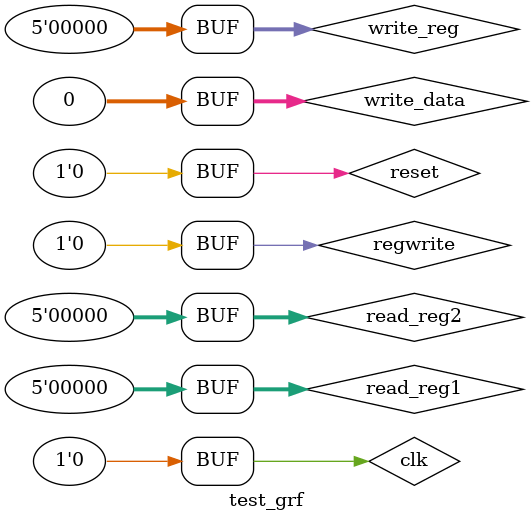
<source format=v>
`timescale 1ns / 1ps


module test_grf;

	// Inputs
	reg [4:0] read_reg1;
	reg [4:0] read_reg2;
	reg [4:0] write_reg;
	reg [31:0] write_data;
	reg regwrite;
	reg reset;
	reg clk;

	// Outputs
	wire [31:0] read_data1;
	wire [31:0] read_data2;

	// Instantiate the Unit Under Test (UUT)
	grf uut (
		.read_reg1(read_reg1), 
		.read_reg2(read_reg2), 
		.write_reg(write_reg), 
		.write_data(write_data), 
		.regwrite(regwrite), 
		.reset(reset), 
		.clk(clk), 
		.read_data1(read_data1), 
		.read_data2(read_data2)
	);

	initial begin
		// Initialize Inputs
		read_reg1 = 0;
		read_reg2 = 0;
		write_reg = 0;
		write_data = 0;
		regwrite = 0;
		reset = 0;
		clk = 0;

		// Wait 100 ns for global reset to finish
		#100;
        
		// Add stimulus here

	end
      
endmodule


</source>
